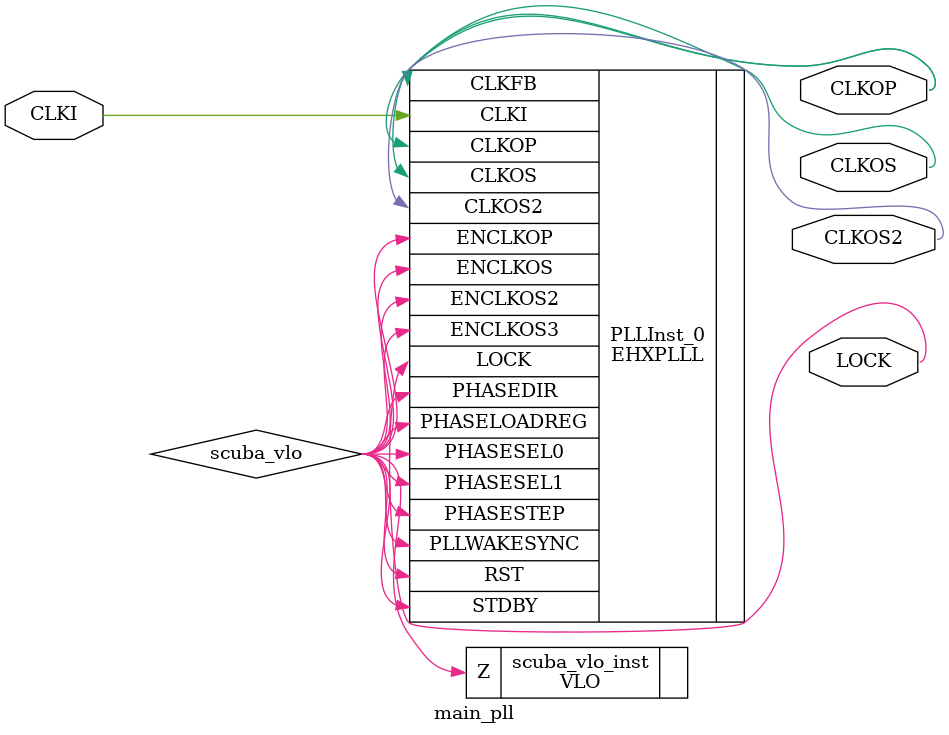
<source format=v>

module main_pll (CLKI, CLKOP, CLKOS, CLKOS2, LOCK) /* synthesis NGD_DRC_MASK=1 */ ;   // c:/users/jari/mycodeprojects/tube_psu/lfe5u/ecp5u_specifics/ecp5_ip_components/main_pll/main_pll.vhd(12[8:16])
    input CLKI;   // c:/users/jari/mycodeprojects/tube_psu/lfe5u/ecp5u_specifics/ecp5_ip_components/main_pll/main_pll.vhd(14[9:13])
    output CLKOP;   // c:/users/jari/mycodeprojects/tube_psu/lfe5u/ecp5u_specifics/ecp5_ip_components/main_pll/main_pll.vhd(15[9:14])
    output CLKOS;   // c:/users/jari/mycodeprojects/tube_psu/lfe5u/ecp5u_specifics/ecp5_ip_components/main_pll/main_pll.vhd(16[9:14])
    output CLKOS2;   // c:/users/jari/mycodeprojects/tube_psu/lfe5u/ecp5u_specifics/ecp5_ip_components/main_pll/main_pll.vhd(17[9:15])
    output LOCK;   // c:/users/jari/mycodeprojects/tube_psu/lfe5u/ecp5u_specifics/ecp5_ip_components/main_pll/main_pll.vhd(18[9:13])
    
    wire CLKI /* synthesis is_clock=1 */ ;   // c:/users/jari/mycodeprojects/tube_psu/lfe5u/ecp5u_specifics/ecp5_ip_components/main_pll/main_pll.vhd(14[9:13])
    wire CLKOP /* synthesis is_clock=1 */ ;   // c:/users/jari/mycodeprojects/tube_psu/lfe5u/ecp5u_specifics/ecp5_ip_components/main_pll/main_pll.vhd(15[9:14])
    
    wire scuba_vlo, VCC_net;
    
    VLO scuba_vlo_inst (.Z(scuba_vlo));
    EHXPLLL PLLInst_0 (.CLKI(CLKI), .CLKFB(CLKOP), .PHASESEL0(scuba_vlo), 
            .PHASESEL1(scuba_vlo), .PHASEDIR(scuba_vlo), .PHASESTEP(scuba_vlo), 
            .PHASELOADREG(scuba_vlo), .STDBY(scuba_vlo), .PLLWAKESYNC(scuba_vlo), 
            .RST(scuba_vlo), .ENCLKOP(scuba_vlo), .ENCLKOS(scuba_vlo), 
            .ENCLKOS2(scuba_vlo), .ENCLKOS3(scuba_vlo), .CLKOP(CLKOP), 
            .CLKOS(CLKOS), .CLKOS2(CLKOS2), .LOCK(LOCK)) /* synthesis syn_black_box=true, FREQUENCY_PIN_CLKOS2="240.000000", FREQUENCY_PIN_CLKOS="120.000000", FREQUENCY_PIN_CLKOP="240.000000", FREQUENCY_PIN_CLKI="50.000000", ICP_CURRENT="6", LPF_RESISTOR="16", syn_instantiated=1 */ ;
    defparam PLLInst_0.CLKI_DIV = 5;
    defparam PLLInst_0.CLKFB_DIV = 24;
    defparam PLLInst_0.CLKOP_DIV = 3;
    defparam PLLInst_0.CLKOS_DIV = 6;
    defparam PLLInst_0.CLKOS2_DIV = 3;
    defparam PLLInst_0.CLKOS3_DIV = 1;
    defparam PLLInst_0.CLKOP_ENABLE = "ENABLED";
    defparam PLLInst_0.CLKOS_ENABLE = "ENABLED";
    defparam PLLInst_0.CLKOS2_ENABLE = "ENABLED";
    defparam PLLInst_0.CLKOS3_ENABLE = "DISABLED";
    defparam PLLInst_0.CLKOP_CPHASE = 2;
    defparam PLLInst_0.CLKOS_CPHASE = 5;
    defparam PLLInst_0.CLKOS2_CPHASE = 2;
    defparam PLLInst_0.CLKOS3_CPHASE = 0;
    defparam PLLInst_0.CLKOP_FPHASE = 0;
    defparam PLLInst_0.CLKOS_FPHASE = 0;
    defparam PLLInst_0.CLKOS2_FPHASE = 0;
    defparam PLLInst_0.CLKOS3_FPHASE = 0;
    defparam PLLInst_0.FEEDBK_PATH = "CLKOP";
    defparam PLLInst_0.CLKOP_TRIM_POL = "FALLING";
    defparam PLLInst_0.CLKOP_TRIM_DELAY = 0;
    defparam PLLInst_0.CLKOS_TRIM_POL = "FALLING";
    defparam PLLInst_0.CLKOS_TRIM_DELAY = 0;
    defparam PLLInst_0.OUTDIVIDER_MUXA = "DIVA";
    defparam PLLInst_0.OUTDIVIDER_MUXB = "DIVB";
    defparam PLLInst_0.OUTDIVIDER_MUXC = "DIVC";
    defparam PLLInst_0.OUTDIVIDER_MUXD = "DIVD";
    defparam PLLInst_0.PLL_LOCK_MODE = 0;
    defparam PLLInst_0.PLL_LOCK_DELAY = 200;
    defparam PLLInst_0.STDBY_ENABLE = "DISABLED";
    defparam PLLInst_0.REFIN_RESET = "DISABLED";
    defparam PLLInst_0.SYNC_ENABLE = "DISABLED";
    defparam PLLInst_0.INT_LOCK_STICKY = "ENABLED";
    defparam PLLInst_0.DPHASE_SOURCE = "DISABLED";
    defparam PLLInst_0.PLLRST_ENA = "DISABLED";
    defparam PLLInst_0.INTFB_WAKE = "DISABLED";
    GSR GSR_INST (.GSR(VCC_net));
    PUR PUR_INST (.PUR(VCC_net));
    defparam PUR_INST.RST_PULSE = 1;
    VHI i86 (.Z(VCC_net));
    
endmodule
//
// Verilog Description of module PUR
// module not written out since it is a black-box. 
//


</source>
